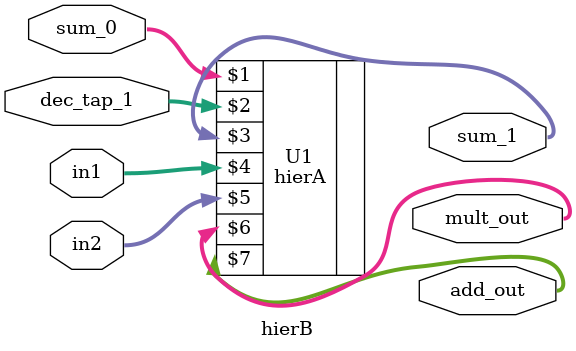
<source format=v>
module hierB (sum_0, dec_tap_1, sum_1, in1,in2,mult_out,add_out);

input [9:0]  sum_0;
input [9:0]  dec_tap_1;
input [63:0]  in1;
input [63:0]  in2;
output [127:0]  mult_out;
output [63:0]  add_out;
output [9:0]  sum_1;

hierA U1 (sum_0, dec_tap_1, sum_1,in1,in2,mult_out,add_out);

endmodule

</source>
